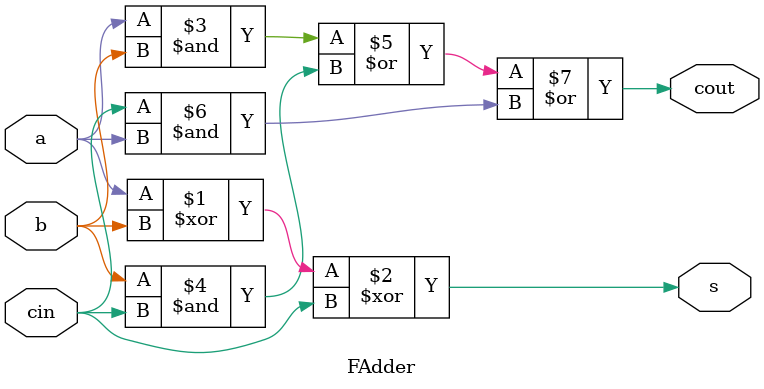
<source format=v>
module FAdder(a,b,cin,s,cout);
input a,b,cin;
output s,cout;
assign s=a^b^cin;
assign cout=(a&b)|(b&cin)|(cin&a);
endmodule

</source>
